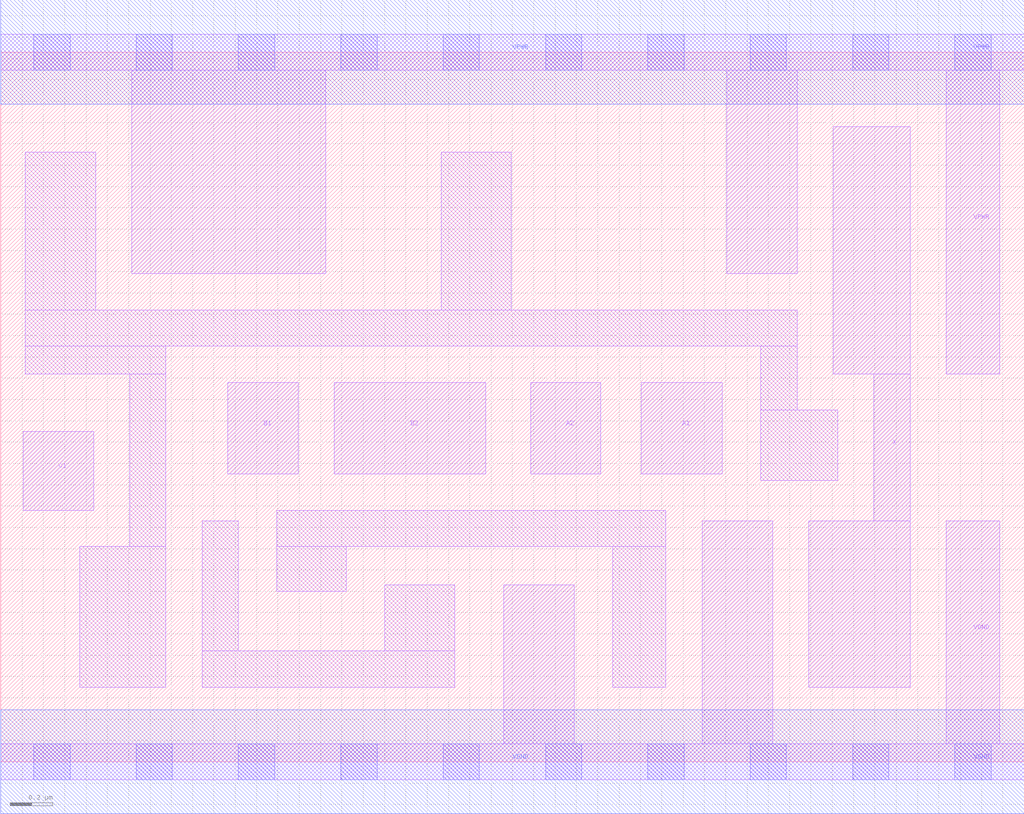
<source format=lef>
# Copyright 2020 The SkyWater PDK Authors
#
# Licensed under the Apache License, Version 2.0 (the "License");
# you may not use this file except in compliance with the License.
# You may obtain a copy of the License at
#
#     https://www.apache.org/licenses/LICENSE-2.0
#
# Unless required by applicable law or agreed to in writing, software
# distributed under the License is distributed on an "AS IS" BASIS,
# WITHOUT WARRANTIES OR CONDITIONS OF ANY KIND, either express or implied.
# See the License for the specific language governing permissions and
# limitations under the License.
#
# SPDX-License-Identifier: Apache-2.0

VERSION 5.7 ;
  NAMESCASESENSITIVE ON ;
  NOWIREEXTENSIONATPIN ON ;
  DIVIDERCHAR "/" ;
  BUSBITCHARS "[]" ;
UNITS
  DATABASE MICRONS 200 ;
END UNITS
MACRO sky130_fd_sc_ls__o221a_2
  CLASS CORE ;
  SOURCE USER ;
  FOREIGN sky130_fd_sc_ls__o221a_2 ;
  ORIGIN  0.000000  0.000000 ;
  SIZE  4.800000 BY  3.330000 ;
  SYMMETRY X Y ;
  SITE unit ;
  PIN A1
    ANTENNAGATEAREA  0.261000 ;
    DIRECTION INPUT ;
    USE SIGNAL ;
    PORT
      LAYER li1 ;
        RECT 3.005000 1.350000 3.385000 1.780000 ;
    END
  END A1
  PIN A2
    ANTENNAGATEAREA  0.261000 ;
    DIRECTION INPUT ;
    USE SIGNAL ;
    PORT
      LAYER li1 ;
        RECT 2.485000 1.350000 2.815000 1.780000 ;
    END
  END A2
  PIN B1
    ANTENNAGATEAREA  0.261000 ;
    DIRECTION INPUT ;
    USE SIGNAL ;
    PORT
      LAYER li1 ;
        RECT 1.065000 1.350000 1.395000 1.780000 ;
    END
  END B1
  PIN B2
    ANTENNAGATEAREA  0.261000 ;
    DIRECTION INPUT ;
    USE SIGNAL ;
    PORT
      LAYER li1 ;
        RECT 1.565000 1.350000 2.275000 1.780000 ;
    END
  END B2
  PIN C1
    ANTENNAGATEAREA  0.261000 ;
    DIRECTION INPUT ;
    USE SIGNAL ;
    PORT
      LAYER li1 ;
        RECT 0.105000 1.180000 0.435000 1.550000 ;
    END
  END C1
  PIN X
    ANTENNADIFFAREA  0.543200 ;
    DIRECTION OUTPUT ;
    USE SIGNAL ;
    PORT
      LAYER li1 ;
        RECT 3.790000 0.350000 4.265000 1.130000 ;
        RECT 3.905000 1.820000 4.265000 2.980000 ;
        RECT 4.095000 1.130000 4.265000 1.820000 ;
    END
  END X
  PIN VGND
    DIRECTION INOUT ;
    SHAPE ABUTMENT ;
    USE GROUND ;
    PORT
      LAYER li1 ;
        RECT 0.000000 -0.085000 4.800000 0.085000 ;
        RECT 2.360000  0.085000 2.690000 0.830000 ;
        RECT 3.290000  0.085000 3.620000 1.130000 ;
        RECT 4.435000  0.085000 4.685000 1.130000 ;
      LAYER mcon ;
        RECT 0.155000 -0.085000 0.325000 0.085000 ;
        RECT 0.635000 -0.085000 0.805000 0.085000 ;
        RECT 1.115000 -0.085000 1.285000 0.085000 ;
        RECT 1.595000 -0.085000 1.765000 0.085000 ;
        RECT 2.075000 -0.085000 2.245000 0.085000 ;
        RECT 2.555000 -0.085000 2.725000 0.085000 ;
        RECT 3.035000 -0.085000 3.205000 0.085000 ;
        RECT 3.515000 -0.085000 3.685000 0.085000 ;
        RECT 3.995000 -0.085000 4.165000 0.085000 ;
        RECT 4.475000 -0.085000 4.645000 0.085000 ;
      LAYER met1 ;
        RECT 0.000000 -0.245000 4.800000 0.245000 ;
    END
  END VGND
  PIN VPWR
    DIRECTION INOUT ;
    SHAPE ABUTMENT ;
    USE POWER ;
    PORT
      LAYER li1 ;
        RECT 0.000000 3.245000 4.800000 3.415000 ;
        RECT 0.615000 2.290000 1.525000 3.245000 ;
        RECT 3.405000 2.290000 3.735000 3.245000 ;
        RECT 4.435000 1.820000 4.685000 3.245000 ;
      LAYER mcon ;
        RECT 0.155000 3.245000 0.325000 3.415000 ;
        RECT 0.635000 3.245000 0.805000 3.415000 ;
        RECT 1.115000 3.245000 1.285000 3.415000 ;
        RECT 1.595000 3.245000 1.765000 3.415000 ;
        RECT 2.075000 3.245000 2.245000 3.415000 ;
        RECT 2.555000 3.245000 2.725000 3.415000 ;
        RECT 3.035000 3.245000 3.205000 3.415000 ;
        RECT 3.515000 3.245000 3.685000 3.415000 ;
        RECT 3.995000 3.245000 4.165000 3.415000 ;
        RECT 4.475000 3.245000 4.645000 3.415000 ;
      LAYER met1 ;
        RECT 0.000000 3.085000 4.800000 3.575000 ;
    END
  END VPWR
  OBS
    LAYER li1 ;
      RECT 0.115000 1.820000 0.775000 1.950000 ;
      RECT 0.115000 1.950000 3.735000 2.120000 ;
      RECT 0.115000 2.120000 0.445000 2.860000 ;
      RECT 0.370000 0.350000 0.775000 1.010000 ;
      RECT 0.605000 1.010000 0.775000 1.820000 ;
      RECT 0.945000 0.350000 2.130000 0.520000 ;
      RECT 0.945000 0.520000 1.115000 1.130000 ;
      RECT 1.295000 0.800000 1.620000 1.010000 ;
      RECT 1.295000 1.010000 3.120000 1.180000 ;
      RECT 1.800000 0.520000 2.130000 0.830000 ;
      RECT 2.065000 2.120000 2.395000 2.860000 ;
      RECT 2.870000 0.350000 3.120000 1.010000 ;
      RECT 3.565000 1.320000 3.925000 1.650000 ;
      RECT 3.565000 1.650000 3.735000 1.950000 ;
  END
END sky130_fd_sc_ls__o221a_2

</source>
